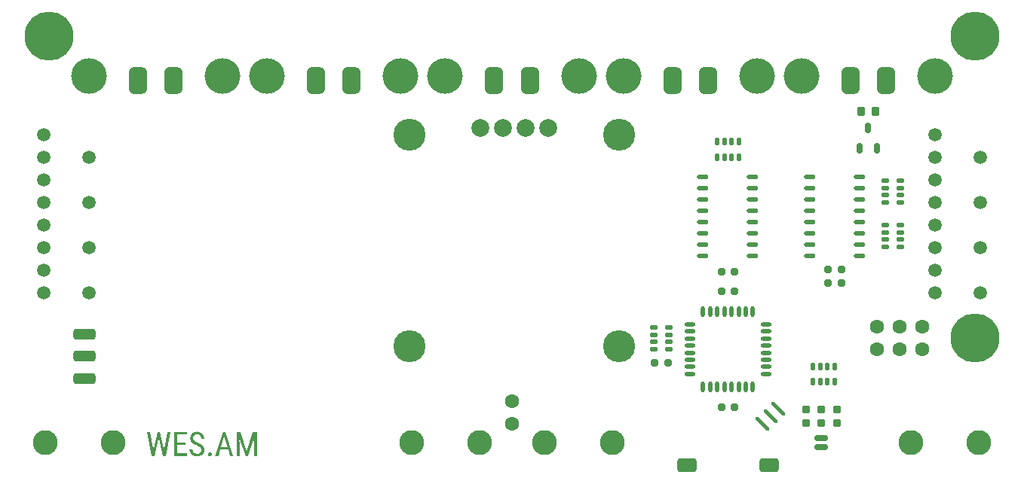
<source format=gts>
G04*
G04 #@! TF.GenerationSoftware,Altium Limited,Altium Designer,18.0.7 (293)*
G04*
G04 Layer_Color=8388736*
%FSLAX25Y25*%
%MOIN*%
G70*
G01*
G75*
G04:AMPARAMS|DCode=20|XSize=86.61mil|YSize=62.99mil|CornerRadius=15.75mil|HoleSize=0mil|Usage=FLASHONLY|Rotation=0.000|XOffset=0mil|YOffset=0mil|HoleType=Round|Shape=RoundedRectangle|*
%AMROUNDEDRECTD20*
21,1,0.08661,0.03150,0,0,0.0*
21,1,0.05512,0.06299,0,0,0.0*
1,1,0.03150,0.02756,-0.01575*
1,1,0.03150,-0.02756,-0.01575*
1,1,0.03150,-0.02756,0.01575*
1,1,0.03150,0.02756,0.01575*
%
%ADD20ROUNDEDRECTD20*%
G04:AMPARAMS|DCode=21|XSize=47.24mil|YSize=98.43mil|CornerRadius=11.81mil|HoleSize=0mil|Usage=FLASHONLY|Rotation=270.000|XOffset=0mil|YOffset=0mil|HoleType=Round|Shape=RoundedRectangle|*
%AMROUNDEDRECTD21*
21,1,0.04724,0.07480,0,0,270.0*
21,1,0.02362,0.09843,0,0,270.0*
1,1,0.02362,-0.03740,-0.01181*
1,1,0.02362,-0.03740,0.01181*
1,1,0.02362,0.03740,0.01181*
1,1,0.02362,0.03740,-0.01181*
%
%ADD21ROUNDEDRECTD21*%
G04:AMPARAMS|DCode=22|XSize=15.75mil|YSize=82.68mil|CornerRadius=7.87mil|HoleSize=0mil|Usage=FLASHONLY|Rotation=225.000|XOffset=0mil|YOffset=0mil|HoleType=Round|Shape=RoundedRectangle|*
%AMROUNDEDRECTD22*
21,1,0.01575,0.06693,0,0,225.0*
21,1,0.00000,0.08268,0,0,225.0*
1,1,0.01575,-0.02366,0.02366*
1,1,0.01575,-0.02366,0.02366*
1,1,0.01575,0.02366,-0.02366*
1,1,0.01575,0.02366,-0.02366*
%
%ADD22ROUNDEDRECTD22*%
G04:AMPARAMS|DCode=23|XSize=23.62mil|YSize=45.28mil|CornerRadius=5.91mil|HoleSize=0mil|Usage=FLASHONLY|Rotation=180.000|XOffset=0mil|YOffset=0mil|HoleType=Round|Shape=RoundedRectangle|*
%AMROUNDEDRECTD23*
21,1,0.02362,0.03347,0,0,180.0*
21,1,0.01181,0.04528,0,0,180.0*
1,1,0.01181,-0.00591,0.01673*
1,1,0.01181,0.00591,0.01673*
1,1,0.01181,0.00591,-0.01673*
1,1,0.01181,-0.00591,-0.01673*
%
%ADD23ROUNDEDRECTD23*%
G04:AMPARAMS|DCode=24|XSize=118.11mil|YSize=78.74mil|CornerRadius=19.68mil|HoleSize=0mil|Usage=FLASHONLY|Rotation=270.000|XOffset=0mil|YOffset=0mil|HoleType=Round|Shape=RoundedRectangle|*
%AMROUNDEDRECTD24*
21,1,0.11811,0.03937,0,0,270.0*
21,1,0.07874,0.07874,0,0,270.0*
1,1,0.03937,-0.01968,-0.03937*
1,1,0.03937,-0.01968,0.03937*
1,1,0.03937,0.01968,0.03937*
1,1,0.03937,0.01968,-0.03937*
%
%ADD24ROUNDEDRECTD24*%
G04:AMPARAMS|DCode=25|XSize=31.5mil|YSize=31.5mil|CornerRadius=7.87mil|HoleSize=0mil|Usage=FLASHONLY|Rotation=270.000|XOffset=0mil|YOffset=0mil|HoleType=Round|Shape=RoundedRectangle|*
%AMROUNDEDRECTD25*
21,1,0.03150,0.01575,0,0,270.0*
21,1,0.01575,0.03150,0,0,270.0*
1,1,0.01575,-0.00787,-0.00787*
1,1,0.01575,-0.00787,0.00787*
1,1,0.01575,0.00787,0.00787*
1,1,0.01575,0.00787,-0.00787*
%
%ADD25ROUNDEDRECTD25*%
G04:AMPARAMS|DCode=26|XSize=17.72mil|YSize=35.43mil|CornerRadius=4.43mil|HoleSize=0mil|Usage=FLASHONLY|Rotation=0.000|XOffset=0mil|YOffset=0mil|HoleType=Round|Shape=RoundedRectangle|*
%AMROUNDEDRECTD26*
21,1,0.01772,0.02657,0,0,0.0*
21,1,0.00886,0.03543,0,0,0.0*
1,1,0.00886,0.00443,-0.01329*
1,1,0.00886,-0.00443,-0.01329*
1,1,0.00886,-0.00443,0.01329*
1,1,0.00886,0.00443,0.01329*
%
%ADD26ROUNDEDRECTD26*%
G04:AMPARAMS|DCode=27|XSize=31.5mil|YSize=31.5mil|CornerRadius=4.72mil|HoleSize=0mil|Usage=FLASHONLY|Rotation=0.000|XOffset=0mil|YOffset=0mil|HoleType=Round|Shape=RoundedRectangle|*
%AMROUNDEDRECTD27*
21,1,0.03150,0.02205,0,0,0.0*
21,1,0.02205,0.03150,0,0,0.0*
1,1,0.00945,0.01102,-0.01102*
1,1,0.00945,-0.01102,-0.01102*
1,1,0.00945,-0.01102,0.01102*
1,1,0.00945,0.01102,0.01102*
%
%ADD27ROUNDEDRECTD27*%
G04:AMPARAMS|DCode=28|XSize=17.72mil|YSize=35.43mil|CornerRadius=4.43mil|HoleSize=0mil|Usage=FLASHONLY|Rotation=270.000|XOffset=0mil|YOffset=0mil|HoleType=Round|Shape=RoundedRectangle|*
%AMROUNDEDRECTD28*
21,1,0.01772,0.02657,0,0,270.0*
21,1,0.00886,0.03543,0,0,270.0*
1,1,0.00886,-0.01329,-0.00443*
1,1,0.00886,-0.01329,0.00443*
1,1,0.00886,0.01329,0.00443*
1,1,0.00886,0.01329,-0.00443*
%
%ADD28ROUNDEDRECTD28*%
%ADD29O,0.05118X0.02284*%
%ADD30O,0.01968X0.04724*%
%ADD31O,0.04724X0.01968*%
G04:AMPARAMS|DCode=32|XSize=39.37mil|YSize=35.43mil|CornerRadius=8.86mil|HoleSize=0mil|Usage=FLASHONLY|Rotation=270.000|XOffset=0mil|YOffset=0mil|HoleType=Round|Shape=RoundedRectangle|*
%AMROUNDEDRECTD32*
21,1,0.03937,0.01772,0,0,270.0*
21,1,0.02165,0.03543,0,0,270.0*
1,1,0.01772,-0.00886,-0.01083*
1,1,0.01772,-0.00886,0.01083*
1,1,0.01772,0.00886,0.01083*
1,1,0.01772,0.00886,-0.01083*
%
%ADD32ROUNDEDRECTD32*%
G04:AMPARAMS|DCode=33|XSize=27.56mil|YSize=59.06mil|CornerRadius=6.89mil|HoleSize=0mil|Usage=FLASHONLY|Rotation=270.000|XOffset=0mil|YOffset=0mil|HoleType=Round|Shape=RoundedRectangle|*
%AMROUNDEDRECTD33*
21,1,0.02756,0.04528,0,0,270.0*
21,1,0.01378,0.05906,0,0,270.0*
1,1,0.01378,-0.02264,-0.00689*
1,1,0.01378,-0.02264,0.00689*
1,1,0.01378,0.02264,0.00689*
1,1,0.01378,0.02264,-0.00689*
%
%ADD33ROUNDEDRECTD33*%
%ADD34C,0.05906*%
%ADD35C,0.14173*%
%ADD36C,0.07874*%
%ADD37C,0.06299*%
%ADD38C,0.21654*%
%ADD39C,0.11024*%
%ADD40C,0.15748*%
G36*
X77652Y41322D02*
X77881Y41289D01*
X78144Y41240D01*
X78422Y41158D01*
X78701Y41060D01*
X78980Y40912D01*
X78996D01*
X79013Y40896D01*
X79095Y40830D01*
X79226Y40748D01*
X79390Y40617D01*
X79571Y40453D01*
X79751Y40256D01*
X79931Y40010D01*
X80095Y39748D01*
X80112Y39715D01*
X80161Y39617D01*
X80226Y39469D01*
X80292Y39272D01*
X80358Y39026D01*
X80423Y38747D01*
X80472Y38452D01*
X80489Y38124D01*
X79160D01*
Y38141D01*
Y38173D01*
Y38223D01*
Y38288D01*
X79144Y38469D01*
X79095Y38682D01*
X79046Y38928D01*
X78964Y39190D01*
X78849Y39436D01*
X78685Y39649D01*
X78668Y39666D01*
X78603Y39731D01*
X78488Y39813D01*
X78341Y39928D01*
X78144Y40027D01*
X77914Y40109D01*
X77635Y40174D01*
X77324Y40191D01*
X77192D01*
X77045Y40174D01*
X76864Y40141D01*
X76651Y40076D01*
X76438Y39994D01*
X76241Y39879D01*
X76061Y39731D01*
X76044Y39715D01*
X75995Y39649D01*
X75913Y39551D01*
X75848Y39403D01*
X75766Y39223D01*
X75684Y39010D01*
X75634Y38747D01*
X75618Y38469D01*
Y38436D01*
Y38354D01*
X75651Y38239D01*
X75684Y38075D01*
X75733Y37895D01*
X75815Y37714D01*
X75930Y37517D01*
X76094Y37337D01*
X76110Y37321D01*
X76192Y37255D01*
X76307Y37173D01*
X76471Y37058D01*
X76668Y36943D01*
X76930Y36812D01*
X77242Y36665D01*
X77586Y36533D01*
X77602D01*
X77652Y36517D01*
X77734Y36484D01*
X77849Y36435D01*
X77980Y36386D01*
X78127Y36320D01*
X78455Y36173D01*
X78833Y35992D01*
X79193Y35779D01*
X79538Y35533D01*
X79702Y35385D01*
X79833Y35254D01*
Y35238D01*
X79866Y35221D01*
X79899Y35172D01*
X79931Y35123D01*
X80046Y34959D01*
X80177Y34729D01*
X80292Y34434D01*
X80407Y34106D01*
X80472Y33713D01*
X80505Y33270D01*
Y33253D01*
Y33221D01*
Y33139D01*
X80489Y33057D01*
X80472Y32942D01*
X80456Y32827D01*
X80407Y32532D01*
X80309Y32204D01*
X80161Y31859D01*
X80063Y31679D01*
X79948Y31515D01*
X79817Y31351D01*
X79669Y31203D01*
X79653D01*
X79636Y31171D01*
X79587Y31138D01*
X79521Y31089D01*
X79439Y31023D01*
X79325Y30957D01*
X79210Y30892D01*
X79079Y30826D01*
X78914Y30744D01*
X78750Y30679D01*
X78357Y30547D01*
X77898Y30465D01*
X77652Y30449D01*
X77389Y30433D01*
X77225D01*
X77045Y30449D01*
X76832Y30482D01*
X76553Y30531D01*
X76274Y30597D01*
X75963Y30695D01*
X75667Y30826D01*
X75651D01*
X75634Y30843D01*
X75536Y30908D01*
X75405Y30990D01*
X75225Y31121D01*
X75028Y31285D01*
X74831Y31482D01*
X74618Y31695D01*
X74437Y31958D01*
Y31974D01*
X74421Y31991D01*
X74372Y32089D01*
X74290Y32237D01*
X74224Y32450D01*
X74142Y32696D01*
X74060Y32975D01*
X74011Y33303D01*
X73994Y33647D01*
X75339D01*
Y33631D01*
Y33598D01*
Y33549D01*
X75356Y33483D01*
X75372Y33303D01*
X75405Y33089D01*
X75471Y32843D01*
X75569Y32581D01*
X75700Y32351D01*
X75880Y32122D01*
X75913Y32105D01*
X75979Y32040D01*
X76110Y31958D01*
X76274Y31859D01*
X76487Y31745D01*
X76750Y31663D01*
X77045Y31597D01*
X77389Y31581D01*
X77537D01*
X77684Y31597D01*
X77881Y31630D01*
X78095Y31695D01*
X78308Y31761D01*
X78521Y31876D01*
X78701Y32023D01*
X78718Y32040D01*
X78767Y32105D01*
X78849Y32204D01*
X78931Y32351D01*
X79013Y32532D01*
X79095Y32729D01*
X79144Y32975D01*
X79160Y33253D01*
Y33270D01*
Y33286D01*
Y33385D01*
X79144Y33532D01*
X79111Y33713D01*
X79046Y33909D01*
X78980Y34106D01*
X78865Y34303D01*
X78718Y34467D01*
X78701Y34483D01*
X78636Y34533D01*
X78521Y34631D01*
X78357Y34729D01*
X78144Y34861D01*
X77881Y34992D01*
X77553Y35139D01*
X77356Y35221D01*
X77160Y35287D01*
X77143D01*
X77110Y35303D01*
X77061Y35336D01*
X76979Y35353D01*
X76881Y35402D01*
X76783Y35435D01*
X76537Y35549D01*
X76258Y35681D01*
X75963Y35828D01*
X75700Y35976D01*
X75454Y36140D01*
X75421Y36156D01*
X75356Y36222D01*
X75257Y36304D01*
X75126Y36435D01*
X74979Y36583D01*
X74831Y36747D01*
X74700Y36943D01*
X74568Y37140D01*
X74552Y37173D01*
X74519Y37239D01*
X74470Y37353D01*
X74421Y37517D01*
X74372Y37714D01*
X74322Y37927D01*
X74290Y38173D01*
X74273Y38436D01*
Y38452D01*
Y38485D01*
Y38551D01*
X74290Y38649D01*
X74306Y38747D01*
X74322Y38879D01*
X74372Y39174D01*
X74470Y39502D01*
X74634Y39846D01*
X74716Y40027D01*
X74831Y40191D01*
X74962Y40355D01*
X75110Y40519D01*
X75126Y40535D01*
X75143Y40551D01*
X75192Y40601D01*
X75257Y40650D01*
X75356Y40715D01*
X75454Y40781D01*
X75569Y40847D01*
X75700Y40929D01*
X76028Y41076D01*
X76405Y41207D01*
X76832Y41306D01*
X77078Y41322D01*
X77324Y41339D01*
X77488D01*
X77652Y41322D01*
D02*
G37*
G36*
X63466Y30580D02*
X62269D01*
X60497Y38305D01*
X60382Y38928D01*
X60268Y38305D01*
X58431Y30580D01*
X57217D01*
X55118Y41191D01*
X56446D01*
X57775Y33909D01*
X57906Y32729D01*
X58119Y33778D01*
X59825Y41191D01*
X60940D01*
X62580Y33778D01*
X62793Y32696D01*
X62941Y33926D01*
X64236Y41191D01*
X65581D01*
X63466Y30580D01*
D02*
G37*
G36*
X103744Y30580D02*
X102399D01*
Y34697D01*
X102531Y38846D01*
X99759Y30580D01*
X98726D01*
X95970Y38813D01*
X96102Y34697D01*
Y30580D01*
X94757D01*
Y41191D01*
X96479D01*
X99251Y32532D01*
X102022Y41191D01*
X103744D01*
Y30580D01*
D02*
G37*
G36*
X93314D02*
X91953D01*
X91116Y33352D01*
X87524D01*
X86704Y30580D01*
X85327D01*
X88754Y41191D01*
X89903D01*
X93314Y30580D01*
D02*
G37*
G36*
X72748Y40043D02*
X68451D01*
Y36632D01*
X72190D01*
Y35484D01*
X68451D01*
Y31728D01*
X72814D01*
Y30580D01*
X67106D01*
Y41191D01*
X72748D01*
Y40043D01*
D02*
G37*
G36*
X83129Y32089D02*
X83211Y32073D01*
X83310Y32040D01*
X83425Y32007D01*
X83523Y31941D01*
X83605Y31859D01*
X83621Y31843D01*
X83638Y31827D01*
X83671Y31761D01*
X83720Y31695D01*
X83802Y31515D01*
X83818Y31417D01*
X83834Y31285D01*
Y31269D01*
Y31236D01*
X83818Y31171D01*
X83802Y31089D01*
X83736Y30892D01*
X83687Y30810D01*
X83605Y30711D01*
X83588Y30695D01*
X83572Y30679D01*
X83523Y30646D01*
X83441Y30613D01*
X83359Y30564D01*
X83261Y30531D01*
X83129Y30515D01*
X82982Y30498D01*
X82916D01*
X82834Y30515D01*
X82752Y30531D01*
X82539Y30597D01*
X82441Y30646D01*
X82358Y30711D01*
X82342Y30728D01*
X82326Y30761D01*
X82293Y30810D01*
X82260Y30875D01*
X82178Y31056D01*
X82162Y31154D01*
X82145Y31285D01*
Y31302D01*
Y31351D01*
X82162Y31400D01*
X82178Y31482D01*
X82244Y31679D01*
X82293Y31777D01*
X82358Y31859D01*
X82375Y31876D01*
X82391Y31892D01*
X82441Y31941D01*
X82522Y31991D01*
X82604Y32023D01*
X82719Y32073D01*
X82834Y32089D01*
X82982Y32105D01*
X83047D01*
X83129Y32089D01*
D02*
G37*
%LPC*%
G36*
X89328Y39321D02*
X87885Y34500D01*
X90772D01*
X89328Y39321D01*
D02*
G37*
%LPD*%
D20*
X330118Y26575D02*
D03*
X293898D02*
D03*
D21*
X27559Y64961D02*
D03*
Y84646D02*
D03*
Y74803D02*
D03*
D22*
X334049Y51569D02*
D03*
X330709Y48228D02*
D03*
X327368Y44888D02*
D03*
D23*
X370276Y166831D02*
D03*
X377756D02*
D03*
X374016Y175689D02*
D03*
D24*
X366142Y196850D02*
D03*
X381890D02*
D03*
X287402D02*
D03*
X303150D02*
D03*
X208661D02*
D03*
X224410D02*
D03*
X129921D02*
D03*
X145669D02*
D03*
X51181D02*
D03*
X66929D02*
D03*
D25*
X356299Y107283D02*
D03*
X362205D02*
D03*
X356299Y113189D02*
D03*
X362205D02*
D03*
X285433Y71850D02*
D03*
X279528D02*
D03*
X309055Y52165D02*
D03*
X314961D02*
D03*
X309055Y112205D02*
D03*
X314961D02*
D03*
X309055Y103346D02*
D03*
X314961D02*
D03*
D26*
X349606Y70276D02*
D03*
X352756D02*
D03*
X355906D02*
D03*
X359055D02*
D03*
Y63583D02*
D03*
X355906D02*
D03*
X352756D02*
D03*
X349606D02*
D03*
X307283Y162992D02*
D03*
X310433D02*
D03*
X313583D02*
D03*
X316732D02*
D03*
Y169685D02*
D03*
X313583D02*
D03*
X310433D02*
D03*
X307283D02*
D03*
D27*
X360236Y45276D02*
D03*
Y51181D02*
D03*
X353346Y45276D02*
D03*
Y51181D02*
D03*
X346457Y45276D02*
D03*
Y51181D02*
D03*
D28*
X388189Y152362D02*
D03*
Y149212D02*
D03*
Y146062D02*
D03*
Y142913D02*
D03*
X381496D02*
D03*
Y146062D02*
D03*
Y149212D02*
D03*
Y152362D02*
D03*
X388189Y132676D02*
D03*
Y129527D02*
D03*
Y126377D02*
D03*
Y123228D02*
D03*
X381496D02*
D03*
Y126377D02*
D03*
Y129527D02*
D03*
Y132676D02*
D03*
X285827Y77953D02*
D03*
Y81102D02*
D03*
Y84252D02*
D03*
Y87402D02*
D03*
X279134D02*
D03*
Y84252D02*
D03*
Y81102D02*
D03*
Y77953D02*
D03*
D29*
X370276Y154311D02*
D03*
Y149311D02*
D03*
Y144311D02*
D03*
Y139311D02*
D03*
Y119311D02*
D03*
Y124311D02*
D03*
Y129311D02*
D03*
Y134311D02*
D03*
X348228D02*
D03*
Y129311D02*
D03*
Y124311D02*
D03*
Y119311D02*
D03*
Y139311D02*
D03*
Y144311D02*
D03*
Y149311D02*
D03*
Y154311D02*
D03*
X300984Y154311D02*
D03*
Y149311D02*
D03*
Y144311D02*
D03*
Y139311D02*
D03*
Y119311D02*
D03*
Y124311D02*
D03*
Y129311D02*
D03*
Y134311D02*
D03*
X323031D02*
D03*
Y129311D02*
D03*
Y124311D02*
D03*
Y119311D02*
D03*
Y139311D02*
D03*
Y144311D02*
D03*
Y149311D02*
D03*
Y154311D02*
D03*
D30*
X300984Y61171D02*
D03*
X304134D02*
D03*
X307283D02*
D03*
X310433D02*
D03*
X313583D02*
D03*
X316732D02*
D03*
X319882D02*
D03*
X323031D02*
D03*
Y94636D02*
D03*
X319882D02*
D03*
X316732D02*
D03*
X313583D02*
D03*
X310433D02*
D03*
X307283D02*
D03*
X304134D02*
D03*
X300984D02*
D03*
D31*
X328740Y66880D02*
D03*
Y70029D02*
D03*
Y73179D02*
D03*
Y76329D02*
D03*
Y79478D02*
D03*
Y82628D02*
D03*
Y85777D02*
D03*
Y88927D02*
D03*
X295276D02*
D03*
Y85777D02*
D03*
Y82628D02*
D03*
Y79478D02*
D03*
Y76329D02*
D03*
Y73179D02*
D03*
Y70029D02*
D03*
Y66880D02*
D03*
D32*
X377165Y183071D02*
D03*
X370866D02*
D03*
D33*
X353346Y38386D02*
D03*
Y34449D02*
D03*
D34*
X9685Y102795D02*
D03*
Y122795D02*
D03*
Y142795D02*
D03*
Y162795D02*
D03*
X29685Y102795D02*
D03*
X9685Y112795D02*
D03*
X29685Y122795D02*
D03*
X9685Y132795D02*
D03*
X29685Y142795D02*
D03*
X9685Y152795D02*
D03*
X29685Y162795D02*
D03*
X9685Y172795D02*
D03*
X403386Y102795D02*
D03*
Y122795D02*
D03*
Y142795D02*
D03*
Y162795D02*
D03*
X423386Y102795D02*
D03*
X403386Y112795D02*
D03*
X423386Y122795D02*
D03*
X403386Y132795D02*
D03*
X423386Y142795D02*
D03*
X403386Y152795D02*
D03*
X423386Y162795D02*
D03*
X403386Y172795D02*
D03*
D35*
X171260Y79134D02*
D03*
X263779D02*
D03*
Y172835D02*
D03*
X171260D02*
D03*
D36*
X212520Y175984D02*
D03*
X202520D02*
D03*
X222520D02*
D03*
X232520D02*
D03*
D37*
X216535Y54882D02*
D03*
Y44882D02*
D03*
X397795Y87677D02*
D03*
Y77677D02*
D03*
X387795D02*
D03*
Y87677D02*
D03*
X377795D02*
D03*
Y77677D02*
D03*
D38*
X421260Y82677D02*
D03*
Y216535D02*
D03*
X11811D02*
D03*
D39*
X422776Y36417D02*
D03*
X392776D02*
D03*
X230768D02*
D03*
X260768D02*
D03*
X202303D02*
D03*
X172303D02*
D03*
X10295D02*
D03*
X40295D02*
D03*
D40*
X344488Y198819D02*
D03*
X403543D02*
D03*
X265748D02*
D03*
X324803D02*
D03*
X187008D02*
D03*
X246063D02*
D03*
X108268D02*
D03*
X167323D02*
D03*
X29528D02*
D03*
X88583D02*
D03*
M02*

</source>
